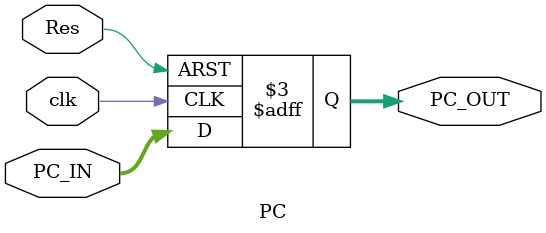
<source format=v>
module PC #(parameter Width=32)(
input wire [Width-1:0] PC_IN,
input wire       Res,clk,
output reg [Width-1:0] PC_OUT

);

always @(posedge clk or negedge Res )
    begin
     if (!Res)
       begin
         PC_OUT <= {Width{1'b0}} ;
       end
     else 
      PC_OUT<=PC_IN;
    end

endmodule
</source>
